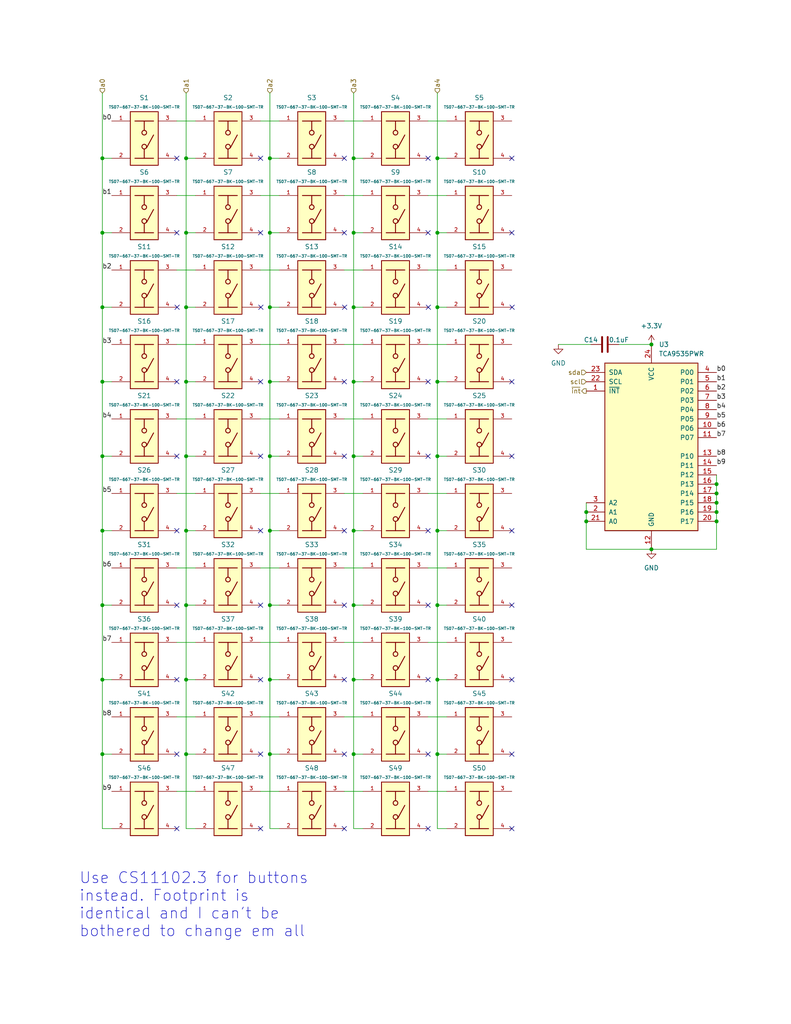
<source format=kicad_sch>
(kicad_sch (version 20230121) (generator eeschema)
  (paper "USLetter" portrait)
  (title_block (title "TI-83x Button Matrix") (date "2023-02-21") (rev "A") (company "Licensed under CERN-OHL-S v2"))
  (lib_symbols
    (symbol "Device:C" (pin_numbers hide) (pin_names (offset 0.254))
      (property "Reference" "C" (at 0.635 2.54 0))
      (property "Value" "C" (at 0.635 -2.54 0))
      (symbol "C_0_1"
        (polyline (pts (xy -2.032 -0.762) (xy 2.032 -0.762)) (stroke (width 0.508)))
        (polyline (pts (xy -2.032 0.762) (xy 2.032 0.762)) (stroke (width 0.508)))
      )
      (symbol "C_1_1"
        (pin passive line (at 0 3.81 270) (length 2.794) (name "~") (number "1"))
        (pin passive line (at 0 -3.81 90) (length 2.794) (name "~") (number "2"))
      )
    )
    (symbol "Interface_Expansion:TCA9535PWR" (pin_names (offset 1.016))
      (property "Reference" "U" (at -11.43 24.13 0))
      (property "Value" "TCA9535PWR" (at 0 0 0))
      (symbol "TCA9535PWR_0_1"
        (rectangle (start -12.7 22.86) (end 12.7 -22.86) (stroke (width 0.254)) (fill (type background)))
      )
      (symbol "TCA9535PWR_1_1"
        (pin open_collector line (at -17.78 15.24 0) (length 5.08) (name "~{INT}") (number "1"))
        (pin bidirectional line (at 17.78 5.08 180) (length 5.08) (name "P06") (number "10"))
        (pin bidirectional line (at 17.78 2.54 180) (length 5.08) (name "P07") (number "11"))
        (pin power_in line (at 0 -27.94 90) (length 5.08) (name "GND") (number "12"))
        (pin bidirectional line (at 17.78 -2.54 180) (length 5.08) (name "P10") (number "13"))
        (pin bidirectional line (at 17.78 -5.08 180) (length 5.08) (name "P11") (number "14"))
        (pin bidirectional line (at 17.78 -7.62 180) (length 5.08) (name "P12") (number "15"))
        (pin bidirectional line (at 17.78 -10.16 180) (length 5.08) (name "P13") (number "16"))
        (pin bidirectional line (at 17.78 -12.7 180) (length 5.08) (name "P14") (number "17"))
        (pin bidirectional line (at 17.78 -15.24 180) (length 5.08) (name "P15") (number "18"))
        (pin bidirectional line (at 17.78 -17.78 180) (length 5.08) (name "P16") (number "19"))
        (pin input line (at -17.78 -17.78 0) (length 5.08) (name "A1") (number "2"))
        (pin bidirectional line (at 17.78 -20.32 180) (length 5.08) (name "P17") (number "20"))
        (pin input line (at -17.78 -20.32 0) (length 5.08) (name "A0") (number "21"))
        (pin input line (at -17.78 17.78 0) (length 5.08) (name "SCL") (number "22"))
        (pin bidirectional line (at -17.78 20.32 0) (length 5.08) (name "SDA") (number "23"))
        (pin power_in line (at 0 27.94 270) (length 5.08) (name "VCC") (number "24"))
        (pin input line (at -17.78 -15.24 0) (length 5.08) (name "A2") (number "3"))
        (pin bidirectional line (at 17.78 20.32 180) (length 5.08) (name "P00") (number "4"))
        (pin bidirectional line (at 17.78 17.78 180) (length 5.08) (name "P01") (number "5"))
        (pin bidirectional line (at 17.78 15.24 180) (length 5.08) (name "P02") (number "6"))
        (pin bidirectional line (at 17.78 12.7 180) (length 5.08) (name "P03") (number "7"))
        (pin bidirectional line (at 17.78 10.16 180) (length 5.08) (name "P04") (number "8"))
        (pin bidirectional line (at 17.78 7.62 180) (length 5.08) (name "P05") (number "9"))
      )
    )
    (symbol "TS07-667-37-BK-100-SMT-TR:TS07-667-37-BK-100-SMT-TR" (pin_names (offset 1.016) hide)
      (property "Reference" "S60" (at 0 12.7 0))
      (property "Value" "TS07-667-37-BK-100-SMT-TR" (at 0 10.16 0))
      (symbol "TS07-667-37-BK-100-SMT-TR_0_0"
        (rectangle (start -3.81 7.62) (end 3.81 -6.985) (stroke (width 0.254)) (fill (type background)))
        (circle (center 0 -1.905) (radius 0.635) (stroke (width 0.254)))
        (polyline (pts (xy 0 -2.54) (xy 0 -5.08)) (stroke (width 0.254)))
        (polyline (pts (xy 0 5.08) (xy 0 2.54)) (stroke (width 0.254)))
        (polyline (pts (xy 0.635 -2.2352) (xy 2.54 1.27)) (stroke (width 0.254)))
        (polyline (pts (xy 2.54 -5.08) (xy -2.54 -5.08)) (stroke (width 0.254)))
        (polyline (pts (xy 2.54 5.08) (xy -2.54 5.08)) (stroke (width 0.254)))
        (circle (center 0 1.905) (radius 0.635) (stroke (width 0.254)))
        (pin passive line (at -8.89 5.08 0) (length 5.08) (name "~") (number "1"))
        (pin passive line (at -8.89 -5.08 0) (length 5.08) (name "~") (number "2"))
        (pin passive line (at 8.89 5.08 180) (length 5.08) (name "~") (number "3"))
        (pin passive line (at 8.89 -5.08 180) (length 5.08) (name "~") (number "4"))
      )
    )
    (symbol "TS07-667-37-BK-100-SMT-TR_1" (pin_names (offset 1.016) hide)
      (property "Reference" "S52" (at 0 11.43 0))
      (property "Value" "TS07-667-37-BK-100-SMT-TR_1" (at 0 8.89 0))
      (symbol "TS07-667-37-BK-100-SMT-TR_1_0_0"
        (rectangle (start -3.81 7.62) (end 3.81 -6.985) (stroke (width 0.254)) (fill (type background)))
        (circle (center 0 -1.905) (radius 0.635) (stroke (width 0.254)))
        (polyline (pts (xy 0 -2.54) (xy 0 -5.08)) (stroke (width 0.254)))
        (polyline (pts (xy 0 5.08) (xy 0 2.54)) (stroke (width 0.254)))
        (polyline (pts (xy 0.635 -2.2352) (xy 2.54 1.27)) (stroke (width 0.254)))
        (polyline (pts (xy 2.54 -5.08) (xy -2.54 -5.08)) (stroke (width 0.254)))
        (polyline (pts (xy 2.54 5.08) (xy -2.54 5.08)) (stroke (width 0.254)))
        (circle (center 0 1.905) (radius 0.635) (stroke (width 0.254)))
        (pin passive line (at -8.89 5.08 0) (length 5.08) (name "~") (number "1"))
        (pin passive line (at -8.89 -5.08 0) (length 5.08) (name "~") (number "2"))
        (pin passive line (at 8.89 5.08 180) (length 5.08) (name "~") (number "3"))
        (pin passive line (at 8.89 -5.08 180) (length 5.08) (name "~") (number "4"))
      )
    )
    (symbol "power:+3.3V" (power) (pin_names (offset 0))
      (property "Value" "+3.3V" (at 0 3.556 0))
      (symbol "+3.3V_0_1"
        (polyline (pts (xy -0.762 1.27) (xy 0 2.54)))
        (polyline (pts (xy 0 0) (xy 0 2.54)))
        (polyline (pts (xy 0 2.54) (xy 0.762 1.27)))
      )
      (symbol "+3.3V_1_1"
        (pin power_in line (at 0 0 90) (length 0) hide (name "+3.3V") (number "1"))
      )
    )
    (symbol "power:GND" (power) (pin_names (offset 0))
      (property "Value" "GND" (at 0 -3.81 0))
      (symbol "GND_0_1"
        (polyline (pts (xy 0 0) (xy 0 -1.27) (xy 1.27 -1.27) (xy 0 -2.54) (xy -1.27 -1.27) (xy 0 -1.27)))
      )
      (symbol "GND_1_1"
        (pin power_in line (at 0 0 270) (length 0) hide (name "GND") (number "1"))
      )
    )
  )
  (junction (at 73.66 185.42))
  (junction (at 195.58 137.16))
  (junction (at 27.94 185.42))
  (junction (at 50.8 63.5))
  (junction (at 119.38 185.42))
  (junction (at 27.94 43.18))
  (junction (at 50.8 83.82))
  (junction (at 96.52 144.78))
  (junction (at 27.94 124.46))
  (junction (at 27.94 63.5))
  (junction (at 73.66 205.74))
  (junction (at 119.38 165.1))
  (junction (at 27.94 165.1))
  (junction (at 119.38 205.74))
  (junction (at 119.38 144.78))
  (junction (at 73.66 83.82))
  (junction (at 50.8 205.74))
  (junction (at 50.8 185.42))
  (junction (at 96.52 104.14))
  (junction (at 50.8 43.18))
  (junction (at 50.8 165.1))
  (junction (at 73.66 43.18))
  (junction (at 73.66 144.78))
  (junction (at 50.8 144.78))
  (junction (at 160.02 142.24))
  (junction (at 96.52 124.46))
  (junction (at 96.52 43.18))
  (junction (at 96.52 205.74))
  (junction (at 73.66 124.46))
  (junction (at 195.58 132.08))
  (junction (at 119.38 124.46))
  (junction (at 27.94 205.74))
  (junction (at 160.02 139.7))
  (junction (at 119.38 104.14))
  (junction (at 195.58 142.24))
  (junction (at 96.52 83.82))
  (junction (at 96.52 63.5))
  (junction (at 177.8 149.86))
  (junction (at 119.38 83.82))
  (junction (at 177.8 93.98))
  (junction (at 27.94 144.78))
  (junction (at 50.8 104.14))
  (junction (at 73.66 104.14))
  (junction (at 73.66 63.5))
  (junction (at 50.8 124.46))
  (junction (at 119.38 63.5))
  (junction (at 119.38 43.18))
  (junction (at 195.58 139.7))
  (junction (at 73.66 165.1))
  (junction (at 27.94 104.14))
  (junction (at 27.94 83.82))
  (junction (at 195.58 134.62))
  (junction (at 96.52 185.42))
  (junction (at 96.52 165.1))
  (no_connect (at 116.84 63.5))
  (no_connect (at 93.98 165.1))
  (no_connect (at 139.7 226.06))
  (no_connect (at 93.98 226.06))
  (no_connect (at 116.84 124.46))
  (no_connect (at 116.921 83.82))
  (no_connect (at 139.7 63.5))
  (no_connect (at 48.26 185.42))
  (no_connect (at 116.84 226.06))
  (no_connect (at 93.98 104.14))
  (no_connect (at 139.7 165.1))
  (no_connect (at 139.7 185.42))
  (no_connect (at 71.12 104.14))
  (no_connect (at 71.201 83.82))
  (no_connect (at 71.12 124.46))
  (no_connect (at 48.26 124.46))
  (no_connect (at 139.7 144.78))
  (no_connect (at 93.98 43.18))
  (no_connect (at 139.781 83.82))
  (no_connect (at 48.26 165.1))
  (no_connect (at 93.98 185.42))
  (no_connect (at 93.98 144.78))
  (no_connect (at 48.26 144.78))
  (no_connect (at 116.84 205.74))
  (no_connect (at 93.98 124.46))
  (no_connect (at 116.84 165.1))
  (no_connect (at 71.12 205.74))
  (no_connect (at 48.26 63.5))
  (no_connect (at 93.98 205.74))
  (no_connect (at 139.7 205.74))
  (no_connect (at 71.12 185.42))
  (no_connect (at 116.84 43.18))
  (no_connect (at 139.7 104.14))
  (no_connect (at 48.341 83.82))
  (no_connect (at 116.84 104.14))
  (no_connect (at 48.26 226.06))
  (no_connect (at 48.26 104.14))
  (no_connect (at 139.7 124.46))
  (no_connect (at 116.84 144.78))
  (no_connect (at 71.12 165.1))
  (no_connect (at 71.12 144.78))
  (no_connect (at 71.12 63.5))
  (no_connect (at 93.98 63.5))
  (no_connect (at 48.26 205.74))
  (no_connect (at 71.12 43.18))
  (no_connect (at 139.7 43.18))
  (no_connect (at 48.26 43.18))
  (no_connect (at 116.84 185.42))
  (no_connect (at 94.061 83.82))
  (no_connect (at 71.12 226.06))
  (wire (pts (xy 116.84 215.9) (xy 121.92 215.9)))
  (wire (pts (xy 195.58 132.08) (xy 195.58 134.62)))
  (wire (pts (xy 96.52 83.82) (xy 96.52 104.14)))
  (wire (pts (xy 48.26 215.9) (xy 53.34 215.9)))
  (wire (pts (xy 96.52 124.46) (xy 96.52 144.78)))
  (wire (pts (xy 50.8 226.06) (xy 53.34 226.06)))
  (wire (pts (xy 71.12 154.94) (xy 76.2 154.94)))
  (wire (pts (xy 96.52 165.1) (xy 96.52 185.42)))
  (wire (pts (xy 48.26 154.94) (xy 53.34 154.94)))
  (wire (pts (xy 119.38 43.18) (xy 119.38 63.5)))
  (wire (pts (xy 195.58 129.54) (xy 195.58 132.08)))
  (wire (pts (xy 73.66 165.1) (xy 76.2 165.1)))
  (wire (pts (xy 71.12 53.34) (xy 76.2 53.34)))
  (wire (pts (xy 116.84 195.58) (xy 121.92 195.58)))
  (wire (pts (xy 48.26 33.02) (xy 53.34 33.02)))
  (wire (pts (xy 50.8 83.82) (xy 53.34 83.82)))
  (wire (pts (xy 73.66 83.82) (xy 73.66 104.14)))
  (wire (pts (xy 50.8 165.1) (xy 50.8 185.42)))
  (wire (pts (xy 73.66 43.18) (xy 73.66 63.5)))
  (wire (pts (xy 27.94 226.06) (xy 30.48 226.06)))
  (wire (pts (xy 96.52 83.82) (xy 99.06 83.82)))
  (wire (pts (xy 119.38 124.46) (xy 119.38 144.78)))
  (wire (pts (xy 93.98 114.3) (xy 99.06 114.3)))
  (wire (pts (xy 93.98 93.98) (xy 99.06 93.98)))
  (wire (pts (xy 160.02 149.86) (xy 177.8 149.86)))
  (wire (pts (xy 48.26 114.3) (xy 53.34 114.3)))
  (wire (pts (xy 50.8 185.42) (xy 50.8 205.74)))
  (wire (pts (xy 119.38 185.42) (xy 119.38 205.74)))
  (wire (pts (xy 27.94 124.46) (xy 30.48 124.46)))
  (wire (pts (xy 116.84 53.34) (xy 121.92 53.34)))
  (wire (pts (xy 71.12 73.66) (xy 76.2 73.66)))
  (wire (pts (xy 50.8 144.78) (xy 50.8 165.1)))
  (wire (pts (xy 119.38 205.74) (xy 121.92 205.74)))
  (wire (pts (xy 71.12 195.58) (xy 76.2 195.58)))
  (wire (pts (xy 195.58 139.7) (xy 195.58 142.24)))
  (wire (pts (xy 27.94 43.18) (xy 30.48 43.18)))
  (wire (pts (xy 73.66 83.82) (xy 76.2 83.82)))
  (wire (pts (xy 50.8 25.4) (xy 50.8 43.18)))
  (wire (pts (xy 71.12 215.9) (xy 76.2 215.9)))
  (wire (pts (xy 96.52 144.78) (xy 96.52 165.1)))
  (wire (pts (xy 27.94 63.5) (xy 27.94 83.82)))
  (wire (pts (xy 50.8 83.82) (xy 50.8 104.14)))
  (wire (pts (xy 73.66 226.06) (xy 76.2 226.06)))
  (wire (pts (xy 96.52 104.14) (xy 96.52 124.46)))
  (wire (pts (xy 119.38 83.82) (xy 119.38 104.14)))
  (wire (pts (xy 48.26 175.26) (xy 53.34 175.26)))
  (wire (pts (xy 50.8 144.78) (xy 53.34 144.78)))
  (wire (pts (xy 119.38 165.1) (xy 121.92 165.1)))
  (wire (pts (xy 152.4 93.98) (xy 161.29 93.98)))
  (wire (pts (xy 73.66 144.78) (xy 76.2 144.78)))
  (wire (pts (xy 71.12 33.02) (xy 76.2 33.02)))
  (wire (pts (xy 119.38 185.42) (xy 121.92 185.42)))
  (wire (pts (xy 27.94 185.42) (xy 30.48 185.42)))
  (wire (pts (xy 96.52 43.18) (xy 96.52 63.5)))
  (wire (pts (xy 50.8 63.5) (xy 53.34 63.5)))
  (wire (pts (xy 96.52 205.74) (xy 96.52 226.06)))
  (wire (pts (xy 116.84 154.94) (xy 121.92 154.94)))
  (wire (pts (xy 96.52 124.46) (xy 99.06 124.46)))
  (wire (pts (xy 73.66 63.5) (xy 76.2 63.5)))
  (wire (pts (xy 119.38 124.46) (xy 121.92 124.46)))
  (wire (pts (xy 96.52 185.42) (xy 96.52 205.74)))
  (wire (pts (xy 48.26 195.58) (xy 53.34 195.58)))
  (wire (pts (xy 93.98 215.9) (xy 99.06 215.9)))
  (wire (pts (xy 50.8 165.1) (xy 53.34 165.1)))
  (wire (pts (xy 71.12 134.62) (xy 76.2 134.62)))
  (wire (pts (xy 96.52 144.78) (xy 99.06 144.78)))
  (wire (pts (xy 116.84 175.26) (xy 121.92 175.26)))
  (wire (pts (xy 50.8 43.18) (xy 53.34 43.18)))
  (wire (pts (xy 27.94 25.4) (xy 27.94 43.18)))
  (wire (pts (xy 96.52 43.18) (xy 99.06 43.18)))
  (wire (pts (xy 73.66 124.46) (xy 76.2 124.46)))
  (wire (pts (xy 119.38 104.14) (xy 119.38 124.46)))
  (wire (pts (xy 27.94 185.42) (xy 27.94 205.74)))
  (wire (pts (xy 50.8 124.46) (xy 50.8 144.78)))
  (wire (pts (xy 93.98 134.62) (xy 99.06 134.62)))
  (wire (pts (xy 119.38 104.14) (xy 121.92 104.14)))
  (wire (pts (xy 48.26 134.62) (xy 53.34 134.62)))
  (wire (pts (xy 50.8 205.74) (xy 50.8 226.06)))
  (wire (pts (xy 50.8 43.18) (xy 50.8 63.5)))
  (wire (pts (xy 116.84 114.3) (xy 121.92 114.3)))
  (wire (pts (xy 168.91 93.98) (xy 177.8 93.98)))
  (wire (pts (xy 27.94 144.78) (xy 27.94 165.1)))
  (wire (pts (xy 119.38 63.5) (xy 119.38 83.82)))
  (wire (pts (xy 73.66 205.74) (xy 76.2 205.74)))
  (wire (pts (xy 73.66 144.78) (xy 73.66 165.1)))
  (wire (pts (xy 116.84 93.98) (xy 121.92 93.98)))
  (wire (pts (xy 27.94 104.14) (xy 30.48 104.14)))
  (wire (pts (xy 96.52 63.5) (xy 99.06 63.5)))
  (wire (pts (xy 48.26 73.66) (xy 53.34 73.66)))
  (wire (pts (xy 27.94 205.74) (xy 30.48 205.74)))
  (wire (pts (xy 119.38 63.5) (xy 121.92 63.5)))
  (wire (pts (xy 160.02 137.16) (xy 160.02 139.7)))
  (wire (pts (xy 96.52 104.14) (xy 99.06 104.14)))
  (wire (pts (xy 27.94 124.46) (xy 27.94 144.78)))
  (wire (pts (xy 71.12 114.3) (xy 76.2 114.3)))
  (wire (pts (xy 119.38 25.4) (xy 119.38 43.18)))
  (wire (pts (xy 195.58 134.62) (xy 195.58 137.16)))
  (wire (pts (xy 50.8 104.14) (xy 53.34 104.14)))
  (wire (pts (xy 119.38 165.1) (xy 119.38 185.42)))
  (wire (pts (xy 116.84 33.02) (xy 121.92 33.02)))
  (wire (pts (xy 27.94 144.78) (xy 30.48 144.78)))
  (wire (pts (xy 116.84 134.62) (xy 121.92 134.62)))
  (wire (pts (xy 119.38 226.06) (xy 121.92 226.06)))
  (wire (pts (xy 73.66 25.4) (xy 73.66 43.18)))
  (wire (pts (xy 50.8 124.46) (xy 53.34 124.46)))
  (wire (pts (xy 73.66 104.14) (xy 73.66 124.46)))
  (wire (pts (xy 27.94 43.18) (xy 27.94 63.5)))
  (wire (pts (xy 73.66 185.42) (xy 76.2 185.42)))
  (wire (pts (xy 27.94 63.5) (xy 30.48 63.5)))
  (wire (pts (xy 119.38 205.74) (xy 119.38 226.06)))
  (wire (pts (xy 195.58 137.16) (xy 195.58 139.7)))
  (wire (pts (xy 71.12 93.98) (xy 76.2 93.98)))
  (wire (pts (xy 119.38 144.78) (xy 119.38 165.1)))
  (wire (pts (xy 50.8 205.74) (xy 53.34 205.74)))
  (wire (pts (xy 48.26 93.98) (xy 53.34 93.98)))
  (wire (pts (xy 96.52 25.4) (xy 96.52 43.18)))
  (wire (pts (xy 96.52 185.42) (xy 99.06 185.42)))
  (wire (pts (xy 160.02 142.24) (xy 160.02 149.86)))
  (wire (pts (xy 195.58 149.86) (xy 195.58 142.24)))
  (wire (pts (xy 27.94 165.1) (xy 30.48 165.1)))
  (wire (pts (xy 96.52 226.06) (xy 99.06 226.06)))
  (wire (pts (xy 119.38 83.82) (xy 121.92 83.82)))
  (wire (pts (xy 116.84 73.66) (xy 121.92 73.66)))
  (wire (pts (xy 73.66 185.42) (xy 73.66 205.74)))
  (wire (pts (xy 50.8 104.14) (xy 50.8 124.46)))
  (wire (pts (xy 48.26 53.34) (xy 53.34 53.34)))
  (wire (pts (xy 93.98 53.34) (xy 99.06 53.34)))
  (wire (pts (xy 27.94 104.14) (xy 27.94 124.46)))
  (wire (pts (xy 73.66 124.46) (xy 73.66 144.78)))
  (wire (pts (xy 93.98 195.58) (xy 99.06 195.58)))
  (wire (pts (xy 71.12 175.26) (xy 76.2 175.26)))
  (wire (pts (xy 119.38 144.78) (xy 121.92 144.78)))
  (wire (pts (xy 160.02 139.7) (xy 160.02 142.24)))
  (wire (pts (xy 96.52 165.1) (xy 99.06 165.1)))
  (wire (pts (xy 73.66 205.74) (xy 73.66 226.06)))
  (wire (pts (xy 119.38 43.18) (xy 121.92 43.18)))
  (wire (pts (xy 73.66 63.5) (xy 73.66 83.82)))
  (wire (pts (xy 93.98 33.02) (xy 99.06 33.02)))
  (wire (pts (xy 93.98 73.66) (xy 99.06 73.66)))
  (wire (pts (xy 73.66 104.14) (xy 76.2 104.14)))
  (wire (pts (xy 50.8 63.5) (xy 50.8 83.82)))
  (wire (pts (xy 96.52 205.74) (xy 99.06 205.74)))
  (wire (pts (xy 27.94 205.74) (xy 27.94 226.06)))
  (wire (pts (xy 177.8 149.86) (xy 195.58 149.86)))
  (wire (pts (xy 93.98 175.26) (xy 99.06 175.26)))
  (wire (pts (xy 96.52 63.5) (xy 96.52 83.82)))
  (wire (pts (xy 73.66 165.1) (xy 73.66 185.42)))
  (wire (pts (xy 50.8 185.42) (xy 53.34 185.42)))
  (wire (pts (xy 73.66 43.18) (xy 76.2 43.18)))
  (wire (pts (xy 27.94 165.1) (xy 27.94 185.42)))
  (wire (pts (xy 27.94 83.82) (xy 27.94 104.14)))
  (wire (pts (xy 93.98 154.94) (xy 99.06 154.94)))
  (wire (pts (xy 27.94 83.82) (xy 30.48 83.82)))
  (text "Use CS11102.3 for buttons\ninstead. Footprint is\nidentical and I can't be\nbothered to change em all" (at 21.59 255.905 0) (effects (font (size 3 3)) (justify left bottom)))
  (label "b3" (at 30.48 93.98 180))
  (label "b8" (at 195.58 124.46 0))
  (label "b6" (at 30.48 154.94 180))
  (label "b3" (at 195.58 109.22 0))
  (label "b8" (at 30.48 195.58 180))
  (label "b5" (at 195.58 114.3 0))
  (label "b0" (at 30.48 33.02 180))
  (label "b4" (at 30.48 114.3 180))
  (label "b1" (at 30.48 53.34 180))
  (label "b6" (at 195.58 116.84 0))
  (label "b4" (at 195.58 111.76 0))
  (label "b5" (at 30.48 134.62 180))
  (label "b7" (at 195.58 119.38 0))
  (label "b2" (at 195.58 106.68 0))
  (label "b0" (at 195.58 101.6 0))
  (label "b9" (at 30.48 215.9 180))
  (label "b7" (at 30.48 175.26 180))
  (label "b2" (at 30.48 73.66 180))
  (label "b9" (at 195.58 127 0))
  (label "b1" (at 195.58 104.14 0))
  (hierarchical_label "~{int}" (shape output) (at 160.02 106.68 180))
  (hierarchical_label "a3" (shape input) (at 96.52 25.4 90))
  (hierarchical_label "sda" (shape input) (at 160.02 101.6 180))
  (hierarchical_label "scl" (shape input) (at 160.02 104.14 180))
  (hierarchical_label "a1" (shape input) (at 50.8 25.4 90))
  (hierarchical_label "a2" (shape input) (at 73.66 25.4 90))
  (hierarchical_label "a4" (shape input) (at 119.38 25.4 90))
  (hierarchical_label "a0" (shape input) (at 27.94 25.4 90))
  (symbol (lib_id "TS07-667-37-BK-100-SMT-TR:TS07-667-37-BK-100-SMT-TR") (at 130.81 200.66 0) (unit 1)
    (property "Reference" "S45" (at 130.81 189.23 0))
    (property "Value" "TS07-667-37-BK-100-SMT-TR" (at 130.81 191.77 0) (effects (font (size 0.762 0.762))))
    (property "Footprint" "SnapEDA Library:SW_TS07-667-37-BK-100-SMT-TR" (effects hide))
    (property "MANUFACTURER" "CUI Devices" (effects hide))
    (property "PARTREV" "1.0" (effects hide))
    (property "STANDARD" "Manufacturer Recommendations" (effects hide))
    (property "MAXIMUM_PACKAGE_HEIGHT" "2.7 mm" (effects hide))
  )
  (symbol (lib_id "TS07-667-37-BK-100-SMT-TR:TS07-667-37-BK-100-SMT-TR") (at 62.23 99.06 0) (unit 1)
    (property "Reference" "S17" (at 62.23 87.63 0))
    (property "Value" "TS07-667-37-BK-100-SMT-TR" (at 62.23 90.17 0) (effects (font (size 0.762 0.762))))
    (property "Footprint" "SnapEDA Library:SW_TS07-667-37-BK-100-SMT-TR" (effects hide))
    (property "MANUFACTURER" "CUI Devices" (effects hide))
    (property "PARTREV" "1.0" (effects hide))
    (property "STANDARD" "Manufacturer Recommendations" (effects hide))
    (property "MAXIMUM_PACKAGE_HEIGHT" "2.7 mm" (effects hide))
  )
  (symbol (lib_id "TS07-667-37-BK-100-SMT-TR:TS07-667-37-BK-100-SMT-TR") (at 85.09 180.34 0) (unit 1)
    (property "Reference" "S38" (at 85.09 168.91 0))
    (property "Value" "TS07-667-37-BK-100-SMT-TR" (at 85.09 171.45 0) (effects (font (size 0.762 0.762))))
    (property "Footprint" "SnapEDA Library:SW_TS07-667-37-BK-100-SMT-TR" (effects hide))
    (property "MANUFACTURER" "CUI Devices" (effects hide))
    (property "PARTREV" "1.0" (effects hide))
    (property "STANDARD" "Manufacturer Recommendations" (effects hide))
    (property "MAXIMUM_PACKAGE_HEIGHT" "2.7 mm" (effects hide))
  )
  (symbol (lib_id "TS07-667-37-BK-100-SMT-TR:TS07-667-37-BK-100-SMT-TR") (at 39.37 220.98 0) (unit 1)
    (property "Reference" "S46" (at 39.37 209.55 0))
    (property "Value" "TS07-667-37-BK-100-SMT-TR" (at 39.37 212.09 0) (effects (font (size 0.762 0.762))))
    (property "Footprint" "SnapEDA Library:SW_TS07-667-37-BK-100-SMT-TR" (effects hide))
    (property "MANUFACTURER" "CUI Devices" (effects hide))
    (property "PARTREV" "1.0" (effects hide))
    (property "STANDARD" "Manufacturer Recommendations" (effects hide))
    (property "MAXIMUM_PACKAGE_HEIGHT" "2.7 mm" (effects hide))
  )
  (symbol (lib_id "TS07-667-37-BK-100-SMT-TR:TS07-667-37-BK-100-SMT-TR") (at 62.23 119.38 0) (unit 1)
    (property "Reference" "S22" (at 62.23 107.95 0))
    (property "Value" "TS07-667-37-BK-100-SMT-TR" (at 62.23 110.49 0) (effects (font (size 0.762 0.762))))
    (property "Footprint" "SnapEDA Library:SW_TS07-667-37-BK-100-SMT-TR" (effects hide))
    (property "MANUFACTURER" "CUI Devices" (effects hide))
    (property "PARTREV" "1.0" (effects hide))
    (property "STANDARD" "Manufacturer Recommendations" (effects hide))
    (property "MAXIMUM_PACKAGE_HEIGHT" "2.7 mm" (effects hide))
  )
  (symbol (lib_id "TS07-667-37-BK-100-SMT-TR:TS07-667-37-BK-100-SMT-TR") (at 62.23 160.02 0) (unit 1)
    (property "Reference" "S32" (at 62.23 148.59 0))
    (property "Value" "TS07-667-37-BK-100-SMT-TR" (at 62.23 151.13 0) (effects (font (size 0.762 0.762))))
    (property "Footprint" "SnapEDA Library:SW_TS07-667-37-BK-100-SMT-TR" (effects hide))
    (property "MANUFACTURER" "CUI Devices" (effects hide))
    (property "PARTREV" "1.0" (effects hide))
    (property "STANDARD" "Manufacturer Recommendations" (effects hide))
    (property "MAXIMUM_PACKAGE_HEIGHT" "2.7 mm" (effects hide))
  )
  (symbol (lib_id "TS07-667-37-BK-100-SMT-TR:TS07-667-37-BK-100-SMT-TR") (at 85.09 78.74 0) (unit 1)
    (property "Reference" "S13" (at 85.09 67.31 0))
    (property "Value" "TS07-667-37-BK-100-SMT-TR" (at 85.09 69.85 0) (effects (font (size 0.762 0.762))))
    (property "Footprint" "SnapEDA Library:SW_TS07-667-37-BK-100-SMT-TR" (effects hide))
    (property "MANUFACTURER" "CUI Devices" (effects hide))
    (property "PARTREV" "1.0" (effects hide))
    (property "STANDARD" "Manufacturer Recommendations" (effects hide))
    (property "MAXIMUM_PACKAGE_HEIGHT" "2.7 mm" (effects hide))
  )
  (symbol (lib_id "Interface_Expansion:TCA9535PWR") (at 177.8 121.92 0) (unit 1)
    (property "Reference" "U3" (at 179.8194 93.98 0) (effects (justify left)))
    (property "Value" "TCA9535PWR" (at 179.8194 96.52 0) (effects (justify left)))
    (property "Footprint" "Package_SO:TSSOP-24_4.4x7.8mm_P0.65mm" (effects hide))
    (property "Datasheet" "http://www.ti.com/lit/ds/symlink/tca9535.pdf" (effects hide))
  )
  (symbol (lib_id "TS07-667-37-BK-100-SMT-TR:TS07-667-37-BK-100-SMT-TR") (at 130.81 58.42 0) (unit 1)
    (property "Reference" "S10" (at 130.81 46.99 0))
    (property "Value" "TS07-667-37-BK-100-SMT-TR" (at 130.81 49.53 0) (effects (font (size 0.762 0.762))))
    (property "Footprint" "SnapEDA Library:SW_TS07-667-37-BK-100-SMT-TR" (effects hide))
    (property "MANUFACTURER" "CUI Devices" (effects hide))
    (property "PARTREV" "1.0" (effects hide))
    (property "STANDARD" "Manufacturer Recommendations" (effects hide))
    (property "MAXIMUM_PACKAGE_HEIGHT" "2.7 mm" (effects hide))
  )
  (symbol (lib_id "TS07-667-37-BK-100-SMT-TR:TS07-667-37-BK-100-SMT-TR") (at 130.81 38.1 0) (unit 1)
    (property "Reference" "S5" (at 130.81 26.67 0))
    (property "Value" "TS07-667-37-BK-100-SMT-TR" (at 130.81 29.21 0) (effects (font (size 0.762 0.762))))
    (property "Footprint" "SnapEDA Library:SW_TS07-667-37-BK-100-SMT-TR" (effects hide))
    (property "MANUFACTURER" "CUI Devices" (effects hide))
    (property "PARTREV" "1.0" (effects hide))
    (property "STANDARD" "Manufacturer Recommendations" (effects hide))
    (property "MAXIMUM_PACKAGE_HEIGHT" "2.7 mm" (effects hide))
  )
  (symbol (lib_id "TS07-667-37-BK-100-SMT-TR:TS07-667-37-BK-100-SMT-TR") (at 85.09 38.1 0) (unit 1)
    (property "Reference" "S3" (at 85.09 26.67 0))
    (property "Value" "TS07-667-37-BK-100-SMT-TR" (at 85.09 29.21 0) (effects (font (size 0.762 0.762))))
    (property "Footprint" "SnapEDA Library:SW_TS07-667-37-BK-100-SMT-TR" (effects hide))
    (property "MANUFACTURER" "CUI Devices" (effects hide))
    (property "PARTREV" "1.0" (effects hide))
    (property "STANDARD" "Manufacturer Recommendations" (effects hide))
    (property "MAXIMUM_PACKAGE_HEIGHT" "2.7 mm" (effects hide))
  )
  (symbol (lib_id "TS07-667-37-BK-100-SMT-TR:TS07-667-37-BK-100-SMT-TR") (at 39.37 58.42 0) (unit 1)
    (property "Reference" "S6" (at 39.37 46.99 0))
    (property "Value" "TS07-667-37-BK-100-SMT-TR" (at 39.37 49.53 0) (effects (font (size 0.762 0.762))))
    (property "Footprint" "SnapEDA Library:SW_TS07-667-37-BK-100-SMT-TR" (effects hide))
    (property "MANUFACTURER" "CUI Devices" (effects hide))
    (property "PARTREV" "1.0" (effects hide))
    (property "STANDARD" "Manufacturer Recommendations" (effects hide))
    (property "MAXIMUM_PACKAGE_HEIGHT" "2.7 mm" (effects hide))
  )
  (symbol (lib_id "TS07-667-37-BK-100-SMT-TR:TS07-667-37-BK-100-SMT-TR") (at 130.81 119.38 0) (unit 1)
    (property "Reference" "S25" (at 130.81 107.95 0))
    (property "Value" "TS07-667-37-BK-100-SMT-TR" (at 130.81 110.49 0) (effects (font (size 0.762 0.762))))
    (property "Footprint" "SnapEDA Library:SW_TS07-667-37-BK-100-SMT-TR" (effects hide))
    (property "MANUFACTURER" "CUI Devices" (effects hide))
    (property "PARTREV" "1.0" (effects hide))
    (property "STANDARD" "Manufacturer Recommendations" (effects hide))
    (property "MAXIMUM_PACKAGE_HEIGHT" "2.7 mm" (effects hide))
  )
  (symbol (lib_id "TS07-667-37-BK-100-SMT-TR:TS07-667-37-BK-100-SMT-TR") (at 39.37 119.38 0) (unit 1)
    (property "Reference" "S21" (at 39.37 107.95 0))
    (property "Value" "TS07-667-37-BK-100-SMT-TR" (at 39.37 110.49 0) (effects (font (size 0.762 0.762))))
    (property "Footprint" "SnapEDA Library:SW_TS07-667-37-BK-100-SMT-TR" (effects hide))
    (property "MANUFACTURER" "CUI Devices" (effects hide))
    (property "PARTREV" "1.0" (effects hide))
    (property "STANDARD" "Manufacturer Recommendations" (effects hide))
    (property "MAXIMUM_PACKAGE_HEIGHT" "2.7 mm" (effects hide))
  )
  (symbol (lib_id "TS07-667-37-BK-100-SMT-TR:TS07-667-37-BK-100-SMT-TR") (at 62.23 200.66 0) (unit 1)
    (property "Reference" "S42" (at 62.23 189.23 0))
    (property "Value" "TS07-667-37-BK-100-SMT-TR" (at 62.23 191.77 0) (effects (font (size 0.762 0.762))))
    (property "Footprint" "SnapEDA Library:SW_TS07-667-37-BK-100-SMT-TR" (effects hide))
    (property "MANUFACTURER" "CUI Devices" (effects hide))
    (property "PARTREV" "1.0" (effects hide))
    (property "STANDARD" "Manufacturer Recommendations" (effects hide))
    (property "MAXIMUM_PACKAGE_HEIGHT" "2.7 mm" (effects hide))
  )
  (symbol (lib_id "TS07-667-37-BK-100-SMT-TR:TS07-667-37-BK-100-SMT-TR") (at 39.37 200.66 0) (unit 1)
    (property "Reference" "S41" (at 39.37 189.23 0))
    (property "Value" "TS07-667-37-BK-100-SMT-TR" (at 39.37 191.77 0) (effects (font (size 0.762 0.762))))
    (property "Footprint" "SnapEDA Library:SW_TS07-667-37-BK-100-SMT-TR" (effects hide))
    (property "MANUFACTURER" "CUI Devices" (effects hide))
    (property "PARTREV" "1.0" (effects hide))
    (property "STANDARD" "Manufacturer Recommendations" (effects hide))
    (property "MAXIMUM_PACKAGE_HEIGHT" "2.7 mm" (effects hide))
  )
  (symbol (lib_id "TS07-667-37-BK-100-SMT-TR:TS07-667-37-BK-100-SMT-TR") (at 107.95 119.38 0) (unit 1)
    (property "Reference" "S24" (at 107.95 107.95 0))
    (property "Value" "TS07-667-37-BK-100-SMT-TR" (at 107.95 110.49 0) (effects (font (size 0.762 0.762))))
    (property "Footprint" "SnapEDA Library:SW_TS07-667-37-BK-100-SMT-TR" (effects hide))
    (property "MANUFACTURER" "CUI Devices" (effects hide))
    (property "PARTREV" "1.0" (effects hide))
    (property "STANDARD" "Manufacturer Recommendations" (effects hide))
    (property "MAXIMUM_PACKAGE_HEIGHT" "2.7 mm" (effects hide))
  )
  (symbol (lib_id "TS07-667-37-BK-100-SMT-TR:TS07-667-37-BK-100-SMT-TR") (at 39.37 160.02 0) (unit 1)
    (property "Reference" "S31" (at 39.37 148.59 0))
    (property "Value" "TS07-667-37-BK-100-SMT-TR" (at 39.37 151.13 0) (effects (font (size 0.762 0.762))))
    (property "Footprint" "SnapEDA Library:SW_TS07-667-37-BK-100-SMT-TR" (effects hide))
    (property "MANUFACTURER" "CUI Devices" (effects hide))
    (property "PARTREV" "1.0" (effects hide))
    (property "STANDARD" "Manufacturer Recommendations" (effects hide))
    (property "MAXIMUM_PACKAGE_HEIGHT" "2.7 mm" (effects hide))
  )
  (symbol (lib_id "TS07-667-37-BK-100-SMT-TR:TS07-667-37-BK-100-SMT-TR") (at 62.23 139.7 0) (unit 1)
    (property "Reference" "S27" (at 62.23 128.27 0))
    (property "Value" "TS07-667-37-BK-100-SMT-TR" (at 62.23 130.81 0) (effects (font (size 0.762 0.762))))
    (property "Footprint" "SnapEDA Library:SW_TS07-667-37-BK-100-SMT-TR" (effects hide))
    (property "MANUFACTURER" "CUI Devices" (effects hide))
    (property "PARTREV" "1.0" (effects hide))
    (property "STANDARD" "Manufacturer Recommendations" (effects hide))
    (property "MAXIMUM_PACKAGE_HEIGHT" "2.7 mm" (effects hide))
  )
  (symbol (lib_id "TS07-667-37-BK-100-SMT-TR:TS07-667-37-BK-100-SMT-TR") (at 85.09 200.66 0) (unit 1)
    (property "Reference" "S43" (at 85.09 189.23 0))
    (property "Value" "TS07-667-37-BK-100-SMT-TR" (at 85.09 191.77 0) (effects (font (size 0.762 0.762))))
    (property "Footprint" "SnapEDA Library:SW_TS07-667-37-BK-100-SMT-TR" (effects hide))
    (property "MANUFACTURER" "CUI Devices" (effects hide))
    (property "PARTREV" "1.0" (effects hide))
    (property "STANDARD" "Manufacturer Recommendations" (effects hide))
    (property "MAXIMUM_PACKAGE_HEIGHT" "2.7 mm" (effects hide))
  )
  (symbol (lib_id "TS07-667-37-BK-100-SMT-TR:TS07-667-37-BK-100-SMT-TR") (at 85.09 99.06 0) (unit 1)
    (property "Reference" "S18" (at 85.09 87.63 0))
    (property "Value" "TS07-667-37-BK-100-SMT-TR" (at 85.09 90.17 0) (effects (font (size 0.762 0.762))))
    (property "Footprint" "SnapEDA Library:SW_TS07-667-37-BK-100-SMT-TR" (effects hide))
    (property "MANUFACTURER" "CUI Devices" (effects hide))
    (property "PARTREV" "1.0" (effects hide))
    (property "STANDARD" "Manufacturer Recommendations" (effects hide))
    (property "MAXIMUM_PACKAGE_HEIGHT" "2.7 mm" (effects hide))
  )
  (symbol (lib_id "power:GND") (at 152.4 93.98 0) (unit 1)
    (property "Reference" "#PWR016" (effects hide))
    (property "Value" "GND" (at 152.4 99.06 0))
  )
  (symbol (lib_id "TS07-667-37-BK-100-SMT-TR:TS07-667-37-BK-100-SMT-TR") (at 85.09 139.7 0) (unit 1)
    (property "Reference" "S28" (at 85.09 128.27 0))
    (property "Value" "TS07-667-37-BK-100-SMT-TR" (at 85.09 130.81 0) (effects (font (size 0.762 0.762))))
    (property "Footprint" "SnapEDA Library:SW_TS07-667-37-BK-100-SMT-TR" (effects hide))
    (property "MANUFACTURER" "CUI Devices" (effects hide))
    (property "PARTREV" "1.0" (effects hide))
    (property "STANDARD" "Manufacturer Recommendations" (effects hide))
    (property "MAXIMUM_PACKAGE_HEIGHT" "2.7 mm" (effects hide))
  )
  (symbol (lib_id "TS07-667-37-BK-100-SMT-TR:TS07-667-37-BK-100-SMT-TR") (at 62.23 58.42 0) (unit 1)
    (property "Reference" "S7" (at 62.23 46.99 0))
    (property "Value" "TS07-667-37-BK-100-SMT-TR" (at 62.23 49.53 0) (effects (font (size 0.762 0.762))))
    (property "Footprint" "SnapEDA Library:SW_TS07-667-37-BK-100-SMT-TR" (effects hide))
    (property "MANUFACTURER" "CUI Devices" (effects hide))
    (property "PARTREV" "1.0" (effects hide))
    (property "STANDARD" "Manufacturer Recommendations" (effects hide))
    (property "MAXIMUM_PACKAGE_HEIGHT" "2.7 mm" (effects hide))
  )
  (symbol (lib_name "TS07-667-37-BK-100-SMT-TR_1") (lib_id "TS07-667-37-BK-100-SMT-TR:TS07-667-37-BK-100-SMT-TR") (at 39.37 38.1 0) (unit 1)
    (property "Reference" "S1" (at 39.37 26.67 0))
    (property "Value" "TS07-667-37-BK-100-SMT-TR" (at 39.37 29.21 0) (effects (font (size 0.762 0.762))))
    (property "Footprint" "SnapEDA Library:SW_TS07-667-37-BK-100-SMT-TR" (effects hide))
    (property "MANUFACTURER" "CUI Devices" (effects hide))
    (property "PARTREV" "1.0" (effects hide))
    (property "STANDARD" "Manufacturer Recommendations" (effects hide))
    (property "MAXIMUM_PACKAGE_HEIGHT" "2.7 mm" (effects hide))
  )
  (symbol (lib_id "TS07-667-37-BK-100-SMT-TR:TS07-667-37-BK-100-SMT-TR") (at 107.95 78.74 0) (unit 1)
    (property "Reference" "S14" (at 107.95 67.31 0))
    (property "Value" "TS07-667-37-BK-100-SMT-TR" (at 107.95 69.85 0) (effects (font (size 0.762 0.762))))
    (property "Footprint" "SnapEDA Library:SW_TS07-667-37-BK-100-SMT-TR" (effects hide))
    (property "MANUFACTURER" "CUI Devices" (effects hide))
    (property "PARTREV" "1.0" (effects hide))
    (property "STANDARD" "Manufacturer Recommendations" (effects hide))
    (property "MAXIMUM_PACKAGE_HEIGHT" "2.7 mm" (effects hide))
  )
  (symbol (lib_id "TS07-667-37-BK-100-SMT-TR:TS07-667-37-BK-100-SMT-TR") (at 107.95 180.34 0) (unit 1)
    (property "Reference" "S39" (at 107.95 168.91 0))
    (property "Value" "TS07-667-37-BK-100-SMT-TR" (at 107.95 171.45 0) (effects (font (size 0.762 0.762))))
    (property "Footprint" "SnapEDA Library:SW_TS07-667-37-BK-100-SMT-TR" (effects hide))
    (property "MANUFACTURER" "CUI Devices" (effects hide))
    (property "PARTREV" "1.0" (effects hide))
    (property "STANDARD" "Manufacturer Recommendations" (effects hide))
    (property "MAXIMUM_PACKAGE_HEIGHT" "2.7 mm" (effects hide))
  )
  (symbol (lib_id "TS07-667-37-BK-100-SMT-TR:TS07-667-37-BK-100-SMT-TR") (at 62.23 38.1 0) (unit 1)
    (property "Reference" "S2" (at 62.23 26.67 0))
    (property "Value" "TS07-667-37-BK-100-SMT-TR" (at 62.23 29.21 0) (effects (font (size 0.762 0.762))))
    (property "Footprint" "SnapEDA Library:SW_TS07-667-37-BK-100-SMT-TR" (effects hide))
    (property "MANUFACTURER" "CUI Devices" (effects hide))
    (property "PARTREV" "1.0" (effects hide))
    (property "STANDARD" "Manufacturer Recommendations" (effects hide))
    (property "MAXIMUM_PACKAGE_HEIGHT" "2.7 mm" (effects hide))
  )
  (symbol (lib_id "TS07-667-37-BK-100-SMT-TR:TS07-667-37-BK-100-SMT-TR") (at 130.81 139.7 0) (unit 1)
    (property "Reference" "S30" (at 130.81 128.27 0))
    (property "Value" "TS07-667-37-BK-100-SMT-TR" (at 130.81 130.81 0) (effects (font (size 0.762 0.762))))
    (property "Footprint" "SnapEDA Library:SW_TS07-667-37-BK-100-SMT-TR" (effects hide))
    (property "MANUFACTURER" "CUI Devices" (effects hide))
    (property "PARTREV" "1.0" (effects hide))
    (property "STANDARD" "Manufacturer Recommendations" (effects hide))
    (property "MAXIMUM_PACKAGE_HEIGHT" "2.7 mm" (effects hide))
  )
  (symbol (lib_id "TS07-667-37-BK-100-SMT-TR:TS07-667-37-BK-100-SMT-TR") (at 62.23 180.34 0) (unit 1)
    (property "Reference" "S37" (at 62.23 168.91 0))
    (property "Value" "TS07-667-37-BK-100-SMT-TR" (at 62.23 171.45 0) (effects (font (size 0.762 0.762))))
    (property "Footprint" "SnapEDA Library:SW_TS07-667-37-BK-100-SMT-TR" (effects hide))
    (property "MANUFACTURER" "CUI Devices" (effects hide))
    (property "PARTREV" "1.0" (effects hide))
    (property "STANDARD" "Manufacturer Recommendations" (effects hide))
    (property "MAXIMUM_PACKAGE_HEIGHT" "2.7 mm" (effects hide))
  )
  (symbol (lib_id "TS07-667-37-BK-100-SMT-TR:TS07-667-37-BK-100-SMT-TR") (at 85.09 220.98 0) (unit 1)
    (property "Reference" "S48" (at 85.09 209.55 0))
    (property "Value" "TS07-667-37-BK-100-SMT-TR" (at 85.09 212.09 0) (effects (font (size 0.762 0.762))))
    (property "Footprint" "SnapEDA Library:SW_TS07-667-37-BK-100-SMT-TR" (effects hide))
    (property "MANUFACTURER" "CUI Devices" (effects hide))
    (property "PARTREV" "1.0" (effects hide))
    (property "STANDARD" "Manufacturer Recommendations" (effects hide))
    (property "MAXIMUM_PACKAGE_HEIGHT" "2.7 mm" (effects hide))
  )
  (symbol (lib_id "TS07-667-37-BK-100-SMT-TR:TS07-667-37-BK-100-SMT-TR") (at 62.23 220.98 0) (unit 1)
    (property "Reference" "S47" (at 62.23 209.55 0))
    (property "Value" "TS07-667-37-BK-100-SMT-TR" (at 62.23 212.09 0) (effects (font (size 0.762 0.762))))
    (property "Footprint" "SnapEDA Library:SW_TS07-667-37-BK-100-SMT-TR" (effects hide))
    (property "MANUFACTURER" "CUI Devices" (effects hide))
    (property "PARTREV" "1.0" (effects hide))
    (property "STANDARD" "Manufacturer Recommendations" (effects hide))
    (property "MAXIMUM_PACKAGE_HEIGHT" "2.7 mm" (effects hide))
  )
  (symbol (lib_id "TS07-667-37-BK-100-SMT-TR:TS07-667-37-BK-100-SMT-TR") (at 85.09 58.42 0) (unit 1)
    (property "Reference" "S8" (at 85.09 46.99 0))
    (property "Value" "TS07-667-37-BK-100-SMT-TR" (at 85.09 49.53 0) (effects (font (size 0.762 0.762))))
    (property "Footprint" "SnapEDA Library:SW_TS07-667-37-BK-100-SMT-TR" (effects hide))
    (property "MANUFACTURER" "CUI Devices" (effects hide))
    (property "PARTREV" "1.0" (effects hide))
    (property "STANDARD" "Manufacturer Recommendations" (effects hide))
    (property "MAXIMUM_PACKAGE_HEIGHT" "2.7 mm" (effects hide))
  )
  (symbol (lib_id "TS07-667-37-BK-100-SMT-TR:TS07-667-37-BK-100-SMT-TR") (at 85.09 160.02 0) (unit 1)
    (property "Reference" "S33" (at 85.09 148.59 0))
    (property "Value" "TS07-667-37-BK-100-SMT-TR" (at 85.09 151.13 0) (effects (font (size 0.762 0.762))))
    (property "Footprint" "SnapEDA Library:SW_TS07-667-37-BK-100-SMT-TR" (effects hide))
    (property "MANUFACTURER" "CUI Devices" (effects hide))
    (property "PARTREV" "1.0" (effects hide))
    (property "STANDARD" "Manufacturer Recommendations" (effects hide))
    (property "MAXIMUM_PACKAGE_HEIGHT" "2.7 mm" (effects hide))
  )
  (symbol (lib_id "TS07-667-37-BK-100-SMT-TR:TS07-667-37-BK-100-SMT-TR") (at 130.81 78.74 0) (unit 1)
    (property "Reference" "S15" (at 130.81 67.31 0))
    (property "Value" "TS07-667-37-BK-100-SMT-TR" (at 130.81 69.85 0) (effects (font (size 0.762 0.762))))
    (property "Footprint" "SnapEDA Library:SW_TS07-667-37-BK-100-SMT-TR" (effects hide))
    (property "MANUFACTURER" "CUI Devices" (effects hide))
    (property "PARTREV" "1.0" (effects hide))
    (property "STANDARD" "Manufacturer Recommendations" (effects hide))
    (property "MAXIMUM_PACKAGE_HEIGHT" "2.7 mm" (effects hide))
  )
  (symbol (lib_id "TS07-667-37-BK-100-SMT-TR:TS07-667-37-BK-100-SMT-TR") (at 39.37 180.34 0) (unit 1)
    (property "Reference" "S36" (at 39.37 168.91 0))
    (property "Value" "TS07-667-37-BK-100-SMT-TR" (at 39.37 171.45 0) (effects (font (size 0.762 0.762))))
    (property "Footprint" "SnapEDA Library:SW_TS07-667-37-BK-100-SMT-TR" (effects hide))
    (property "MANUFACTURER" "CUI Devices" (effects hide))
    (property "PARTREV" "1.0" (effects hide))
    (property "STANDARD" "Manufacturer Recommendations" (effects hide))
    (property "MAXIMUM_PACKAGE_HEIGHT" "2.7 mm" (effects hide))
  )
  (symbol (lib_id "TS07-667-37-BK-100-SMT-TR:TS07-667-37-BK-100-SMT-TR") (at 62.23 78.74 0) (unit 1)
    (property "Reference" "S12" (at 62.23 67.31 0))
    (property "Value" "TS07-667-37-BK-100-SMT-TR" (at 62.23 69.85 0) (effects (font (size 0.762 0.762))))
    (property "Footprint" "SnapEDA Library:SW_TS07-667-37-BK-100-SMT-TR" (effects hide))
    (property "MANUFACTURER" "CUI Devices" (effects hide))
    (property "PARTREV" "1.0" (effects hide))
    (property "STANDARD" "Manufacturer Recommendations" (effects hide))
    (property "MAXIMUM_PACKAGE_HEIGHT" "2.7 mm" (effects hide))
  )
  (symbol (lib_id "TS07-667-37-BK-100-SMT-TR:TS07-667-37-BK-100-SMT-TR") (at 39.37 99.06 0) (unit 1)
    (property "Reference" "S16" (at 39.37 87.63 0))
    (property "Value" "TS07-667-37-BK-100-SMT-TR" (at 39.37 90.17 0) (effects (font (size 0.762 0.762))))
    (property "Footprint" "SnapEDA Library:SW_TS07-667-37-BK-100-SMT-TR" (effects hide))
    (property "MANUFACTURER" "CUI Devices" (effects hide))
    (property "PARTREV" "1.0" (effects hide))
    (property "STANDARD" "Manufacturer Recommendations" (effects hide))
    (property "MAXIMUM_PACKAGE_HEIGHT" "2.7 mm" (effects hide))
  )
  (symbol (lib_id "Device:C") (at 165.1 93.98 90) (unit 1)
    (property "Reference" "C14" (at 161.29 92.71 90))
    (property "Value" "0.1uF" (at 168.91 92.71 90))
    (property "Footprint" "Capacitor_SMD:C_0603_1608Metric_Pad1.08x0.95mm_HandSolder" (effects hide))
  )
  (symbol (lib_id "TS07-667-37-BK-100-SMT-TR:TS07-667-37-BK-100-SMT-TR") (at 130.81 220.98 0) (unit 1)
    (property "Reference" "S50" (at 130.81 209.55 0))
    (property "Value" "TS07-667-37-BK-100-SMT-TR" (at 130.81 212.09 0) (effects (font (size 0.762 0.762))))
    (property "Footprint" "SnapEDA Library:SW_TS07-667-37-BK-100-SMT-TR" (effects hide))
    (property "MANUFACTURER" "CUI Devices" (effects hide))
    (property "PARTREV" "1.0" (effects hide))
    (property "STANDARD" "Manufacturer Recommendations" (effects hide))
    (property "MAXIMUM_PACKAGE_HEIGHT" "2.7 mm" (effects hide))
  )
  (symbol (lib_id "TS07-667-37-BK-100-SMT-TR:TS07-667-37-BK-100-SMT-TR") (at 107.95 99.06 0) (unit 1)
    (property "Reference" "S19" (at 107.95 87.63 0))
    (property "Value" "TS07-667-37-BK-100-SMT-TR" (at 107.95 90.17 0) (effects (font (size 0.762 0.762))))
    (property "Footprint" "SnapEDA Library:SW_TS07-667-37-BK-100-SMT-TR" (effects hide))
    (property "MANUFACTURER" "CUI Devices" (effects hide))
    (property "PARTREV" "1.0" (effects hide))
    (property "STANDARD" "Manufacturer Recommendations" (effects hide))
    (property "MAXIMUM_PACKAGE_HEIGHT" "2.7 mm" (effects hide))
  )
  (symbol (lib_id "TS07-667-37-BK-100-SMT-TR:TS07-667-37-BK-100-SMT-TR") (at 39.37 78.74 0) (unit 1)
    (property "Reference" "S11" (at 39.37 67.31 0))
    (property "Value" "TS07-667-37-BK-100-SMT-TR" (at 39.37 69.85 0) (effects (font (size 0.762 0.762))))
    (property "Footprint" "SnapEDA Library:SW_TS07-667-37-BK-100-SMT-TR" (effects hide))
    (property "MANUFACTURER" "CUI Devices" (effects hide))
    (property "PARTREV" "1.0" (effects hide))
    (property "STANDARD" "Manufacturer Recommendations" (effects hide))
    (property "MAXIMUM_PACKAGE_HEIGHT" "2.7 mm" (effects hide))
  )
  (symbol (lib_id "power:GND") (at 177.8 149.86 0) (unit 1)
    (property "Reference" "#PWR028" (effects hide))
    (property "Value" "GND" (at 177.8 154.94 0))
  )
  (symbol (lib_id "TS07-667-37-BK-100-SMT-TR:TS07-667-37-BK-100-SMT-TR") (at 130.81 99.06 0) (unit 1)
    (property "Reference" "S20" (at 130.81 87.63 0))
    (property "Value" "TS07-667-37-BK-100-SMT-TR" (at 130.81 90.17 0) (effects (font (size 0.762 0.762))))
    (property "Footprint" "SnapEDA Library:SW_TS07-667-37-BK-100-SMT-TR" (effects hide))
    (property "MANUFACTURER" "CUI Devices" (effects hide))
    (property "PARTREV" "1.0" (effects hide))
    (property "STANDARD" "Manufacturer Recommendations" (effects hide))
    (property "MAXIMUM_PACKAGE_HEIGHT" "2.7 mm" (effects hide))
  )
  (symbol (lib_id "TS07-667-37-BK-100-SMT-TR:TS07-667-37-BK-100-SMT-TR") (at 85.09 119.38 0) (unit 1)
    (property "Reference" "S23" (at 85.09 107.95 0))
    (property "Value" "TS07-667-37-BK-100-SMT-TR" (at 85.09 110.49 0) (effects (font (size 0.762 0.762))))
    (property "Footprint" "SnapEDA Library:SW_TS07-667-37-BK-100-SMT-TR" (effects hide))
    (property "MANUFACTURER" "CUI Devices" (effects hide))
    (property "PARTREV" "1.0" (effects hide))
    (property "STANDARD" "Manufacturer Recommendations" (effects hide))
    (property "MAXIMUM_PACKAGE_HEIGHT" "2.7 mm" (effects hide))
  )
  (symbol (lib_id "TS07-667-37-BK-100-SMT-TR:TS07-667-37-BK-100-SMT-TR") (at 130.81 180.34 0) (unit 1)
    (property "Reference" "S40" (at 130.81 168.91 0))
    (property "Value" "TS07-667-37-BK-100-SMT-TR" (at 130.81 171.45 0) (effects (font (size 0.762 0.762))))
    (property "Footprint" "SnapEDA Library:SW_TS07-667-37-BK-100-SMT-TR" (effects hide))
    (property "MANUFACTURER" "CUI Devices" (effects hide))
    (property "PARTREV" "1.0" (effects hide))
    (property "STANDARD" "Manufacturer Recommendations" (effects hide))
    (property "MAXIMUM_PACKAGE_HEIGHT" "2.7 mm" (effects hide))
  )
  (symbol (lib_id "TS07-667-37-BK-100-SMT-TR:TS07-667-37-BK-100-SMT-TR") (at 107.95 139.7 0) (unit 1)
    (property "Reference" "S29" (at 107.95 128.27 0))
    (property "Value" "TS07-667-37-BK-100-SMT-TR" (at 107.95 130.81 0) (effects (font (size 0.762 0.762))))
    (property "Footprint" "SnapEDA Library:SW_TS07-667-37-BK-100-SMT-TR" (effects hide))
    (property "MANUFACTURER" "CUI Devices" (effects hide))
    (property "PARTREV" "1.0" (effects hide))
    (property "STANDARD" "Manufacturer Recommendations" (effects hide))
    (property "MAXIMUM_PACKAGE_HEIGHT" "2.7 mm" (effects hide))
  )
  (symbol (lib_id "TS07-667-37-BK-100-SMT-TR:TS07-667-37-BK-100-SMT-TR") (at 107.95 160.02 0) (unit 1)
    (property "Reference" "S34" (at 107.95 148.59 0))
    (property "Value" "TS07-667-37-BK-100-SMT-TR" (at 107.95 151.13 0) (effects (font (size 0.762 0.762))))
    (property "Footprint" "SnapEDA Library:SW_TS07-667-37-BK-100-SMT-TR" (effects hide))
    (property "MANUFACTURER" "CUI Devices" (effects hide))
    (property "PARTREV" "1.0" (effects hide))
    (property "STANDARD" "Manufacturer Recommendations" (effects hide))
    (property "MAXIMUM_PACKAGE_HEIGHT" "2.7 mm" (effects hide))
  )
  (symbol (lib_id "TS07-667-37-BK-100-SMT-TR:TS07-667-37-BK-100-SMT-TR") (at 39.37 139.7 0) (unit 1)
    (property "Reference" "S26" (at 39.37 128.27 0))
    (property "Value" "TS07-667-37-BK-100-SMT-TR" (at 39.37 130.81 0) (effects (font (size 0.762 0.762))))
    (property "Footprint" "SnapEDA Library:SW_TS07-667-37-BK-100-SMT-TR" (effects hide))
    (property "MANUFACTURER" "CUI Devices" (effects hide))
    (property "PARTREV" "1.0" (effects hide))
    (property "STANDARD" "Manufacturer Recommendations" (effects hide))
    (property "MAXIMUM_PACKAGE_HEIGHT" "2.7 mm" (effects hide))
  )
  (symbol (lib_id "TS07-667-37-BK-100-SMT-TR:TS07-667-37-BK-100-SMT-TR") (at 107.95 220.98 0) (unit 1)
    (property "Reference" "S49" (at 107.95 209.55 0))
    (property "Value" "TS07-667-37-BK-100-SMT-TR" (at 107.95 212.09 0) (effects (font (size 0.762 0.762))))
    (property "Footprint" "SnapEDA Library:SW_TS07-667-37-BK-100-SMT-TR" (effects hide))
    (property "MANUFACTURER" "CUI Devices" (effects hide))
    (property "PARTREV" "1.0" (effects hide))
    (property "STANDARD" "Manufacturer Recommendations" (effects hide))
    (property "MAXIMUM_PACKAGE_HEIGHT" "2.7 mm" (effects hide))
  )
  (symbol (lib_id "TS07-667-37-BK-100-SMT-TR:TS07-667-37-BK-100-SMT-TR") (at 107.95 58.42 0) (unit 1)
    (property "Reference" "S9" (at 107.95 46.99 0))
    (property "Value" "TS07-667-37-BK-100-SMT-TR" (at 107.95 49.53 0) (effects (font (size 0.762 0.762))))
    (property "Footprint" "SnapEDA Library:SW_TS07-667-37-BK-100-SMT-TR" (effects hide))
    (property "MANUFACTURER" "CUI Devices" (effects hide))
    (property "PARTREV" "1.0" (effects hide))
    (property "STANDARD" "Manufacturer Recommendations" (effects hide))
    (property "MAXIMUM_PACKAGE_HEIGHT" "2.7 mm" (effects hide))
  )
  (symbol (lib_id "TS07-667-37-BK-100-SMT-TR:TS07-667-37-BK-100-SMT-TR") (at 107.95 38.1 0) (unit 1)
    (property "Reference" "S4" (at 107.95 26.67 0))
    (property "Value" "TS07-667-37-BK-100-SMT-TR" (at 107.95 29.21 0) (effects (font (size 0.762 0.762))))
    (property "Footprint" "SnapEDA Library:SW_TS07-667-37-BK-100-SMT-TR" (effects hide))
    (property "MANUFACTURER" "CUI Devices" (effects hide))
    (property "PARTREV" "1.0" (effects hide))
    (property "STANDARD" "Manufacturer Recommendations" (effects hide))
    (property "MAXIMUM_PACKAGE_HEIGHT" "2.7 mm" (effects hide))
  )
  (symbol (lib_id "TS07-667-37-BK-100-SMT-TR:TS07-667-37-BK-100-SMT-TR") (at 130.81 160.02 0) (unit 1)
    (property "Reference" "S35" (at 130.81 148.59 0))
    (property "Value" "TS07-667-37-BK-100-SMT-TR" (at 130.81 151.13 0) (effects (font (size 0.762 0.762))))
    (property "Footprint" "SnapEDA Library:SW_TS07-667-37-BK-100-SMT-TR" (effects hide))
    (property "MANUFACTURER" "CUI Devices" (effects hide))
    (property "PARTREV" "1.0" (effects hide))
    (property "STANDARD" "Manufacturer Recommendations" (effects hide))
    (property "MAXIMUM_PACKAGE_HEIGHT" "2.7 mm" (effects hide))
  )
  (symbol (lib_id "power:+3.3V") (at 177.8 93.98 0) (unit 1)
    (property "Reference" "#PWR018" (effects hide))
    (property "Value" "+3.3V" (at 177.8 88.9 0))
  )
  (symbol (lib_id "TS07-667-37-BK-100-SMT-TR:TS07-667-37-BK-100-SMT-TR") (at 107.95 200.66 0) (unit 1)
    (property "Reference" "S44" (at 107.95 189.23 0))
    (property "Value" "TS07-667-37-BK-100-SMT-TR" (at 107.95 191.77 0) (effects (font (size 0.762 0.762))))
    (property "Footprint" "SnapEDA Library:SW_TS07-667-37-BK-100-SMT-TR" (effects hide))
    (property "MANUFACTURER" "CUI Devices" (effects hide))
    (property "PARTREV" "1.0" (effects hide))
    (property "STANDARD" "Manufacturer Recommendations" (effects hide))
    (property "MAXIMUM_PACKAGE_HEIGHT" "2.7 mm" (effects hide))
  )
)
</source>
